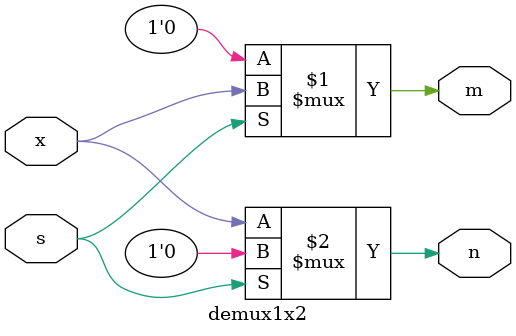
<source format=v>
module demux1x2(
    input x,
    input s,
    output m,
    output n
);

assign m = s ? x : 1'b0;
assign n = s ? 1'b0 : x;

endmodule

</source>
